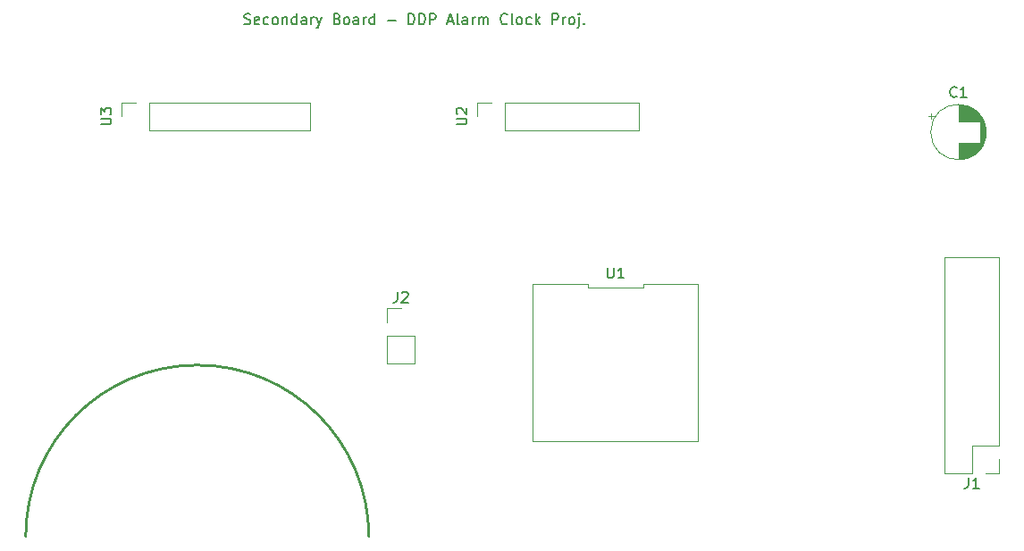
<source format=gbr>
G04 #@! TF.GenerationSoftware,KiCad,Pcbnew,(5.1.5)-3*
G04 #@! TF.CreationDate,2020-01-27T11:23:28-05:00*
G04 #@! TF.ProjectId,Secondary_Board,5365636f-6e64-4617-9279-5f426f617264,rev?*
G04 #@! TF.SameCoordinates,Original*
G04 #@! TF.FileFunction,Legend,Top*
G04 #@! TF.FilePolarity,Positive*
%FSLAX46Y46*%
G04 Gerber Fmt 4.6, Leading zero omitted, Abs format (unit mm)*
G04 Created by KiCad (PCBNEW (5.1.5)-3) date 2020-01-27 11:23:28*
%MOMM*%
%LPD*%
G04 APERTURE LIST*
%ADD10C,0.150000*%
%ADD11C,0.250000*%
%ADD12C,0.120000*%
G04 APERTURE END LIST*
D10*
X104276952Y-78382761D02*
X104419809Y-78430380D01*
X104657904Y-78430380D01*
X104753142Y-78382761D01*
X104800761Y-78335142D01*
X104848380Y-78239904D01*
X104848380Y-78144666D01*
X104800761Y-78049428D01*
X104753142Y-78001809D01*
X104657904Y-77954190D01*
X104467428Y-77906571D01*
X104372190Y-77858952D01*
X104324571Y-77811333D01*
X104276952Y-77716095D01*
X104276952Y-77620857D01*
X104324571Y-77525619D01*
X104372190Y-77478000D01*
X104467428Y-77430380D01*
X104705523Y-77430380D01*
X104848380Y-77478000D01*
X105657904Y-78382761D02*
X105562666Y-78430380D01*
X105372190Y-78430380D01*
X105276952Y-78382761D01*
X105229333Y-78287523D01*
X105229333Y-77906571D01*
X105276952Y-77811333D01*
X105372190Y-77763714D01*
X105562666Y-77763714D01*
X105657904Y-77811333D01*
X105705523Y-77906571D01*
X105705523Y-78001809D01*
X105229333Y-78097047D01*
X106562666Y-78382761D02*
X106467428Y-78430380D01*
X106276952Y-78430380D01*
X106181714Y-78382761D01*
X106134095Y-78335142D01*
X106086476Y-78239904D01*
X106086476Y-77954190D01*
X106134095Y-77858952D01*
X106181714Y-77811333D01*
X106276952Y-77763714D01*
X106467428Y-77763714D01*
X106562666Y-77811333D01*
X107134095Y-78430380D02*
X107038857Y-78382761D01*
X106991238Y-78335142D01*
X106943619Y-78239904D01*
X106943619Y-77954190D01*
X106991238Y-77858952D01*
X107038857Y-77811333D01*
X107134095Y-77763714D01*
X107276952Y-77763714D01*
X107372190Y-77811333D01*
X107419809Y-77858952D01*
X107467428Y-77954190D01*
X107467428Y-78239904D01*
X107419809Y-78335142D01*
X107372190Y-78382761D01*
X107276952Y-78430380D01*
X107134095Y-78430380D01*
X107895999Y-77763714D02*
X107895999Y-78430380D01*
X107895999Y-77858952D02*
X107943619Y-77811333D01*
X108038857Y-77763714D01*
X108181714Y-77763714D01*
X108276952Y-77811333D01*
X108324571Y-77906571D01*
X108324571Y-78430380D01*
X109229333Y-78430380D02*
X109229333Y-77430380D01*
X109229333Y-78382761D02*
X109134095Y-78430380D01*
X108943619Y-78430380D01*
X108848380Y-78382761D01*
X108800761Y-78335142D01*
X108753142Y-78239904D01*
X108753142Y-77954190D01*
X108800761Y-77858952D01*
X108848380Y-77811333D01*
X108943619Y-77763714D01*
X109134095Y-77763714D01*
X109229333Y-77811333D01*
X110134095Y-78430380D02*
X110134095Y-77906571D01*
X110086476Y-77811333D01*
X109991238Y-77763714D01*
X109800761Y-77763714D01*
X109705523Y-77811333D01*
X110134095Y-78382761D02*
X110038857Y-78430380D01*
X109800761Y-78430380D01*
X109705523Y-78382761D01*
X109657904Y-78287523D01*
X109657904Y-78192285D01*
X109705523Y-78097047D01*
X109800761Y-78049428D01*
X110038857Y-78049428D01*
X110134095Y-78001809D01*
X110610285Y-78430380D02*
X110610285Y-77763714D01*
X110610285Y-77954190D02*
X110657904Y-77858952D01*
X110705523Y-77811333D01*
X110800761Y-77763714D01*
X110895999Y-77763714D01*
X111134095Y-77763714D02*
X111372190Y-78430380D01*
X111610285Y-77763714D02*
X111372190Y-78430380D01*
X111276952Y-78668476D01*
X111229333Y-78716095D01*
X111134095Y-78763714D01*
X113086476Y-77906571D02*
X113229333Y-77954190D01*
X113276952Y-78001809D01*
X113324571Y-78097047D01*
X113324571Y-78239904D01*
X113276952Y-78335142D01*
X113229333Y-78382761D01*
X113134095Y-78430380D01*
X112753142Y-78430380D01*
X112753142Y-77430380D01*
X113086476Y-77430380D01*
X113181714Y-77478000D01*
X113229333Y-77525619D01*
X113276952Y-77620857D01*
X113276952Y-77716095D01*
X113229333Y-77811333D01*
X113181714Y-77858952D01*
X113086476Y-77906571D01*
X112753142Y-77906571D01*
X113895999Y-78430380D02*
X113800761Y-78382761D01*
X113753142Y-78335142D01*
X113705523Y-78239904D01*
X113705523Y-77954190D01*
X113753142Y-77858952D01*
X113800761Y-77811333D01*
X113895999Y-77763714D01*
X114038857Y-77763714D01*
X114134095Y-77811333D01*
X114181714Y-77858952D01*
X114229333Y-77954190D01*
X114229333Y-78239904D01*
X114181714Y-78335142D01*
X114134095Y-78382761D01*
X114038857Y-78430380D01*
X113895999Y-78430380D01*
X115086476Y-78430380D02*
X115086476Y-77906571D01*
X115038857Y-77811333D01*
X114943619Y-77763714D01*
X114753142Y-77763714D01*
X114657904Y-77811333D01*
X115086476Y-78382761D02*
X114991238Y-78430380D01*
X114753142Y-78430380D01*
X114657904Y-78382761D01*
X114610285Y-78287523D01*
X114610285Y-78192285D01*
X114657904Y-78097047D01*
X114753142Y-78049428D01*
X114991238Y-78049428D01*
X115086476Y-78001809D01*
X115562666Y-78430380D02*
X115562666Y-77763714D01*
X115562666Y-77954190D02*
X115610285Y-77858952D01*
X115657904Y-77811333D01*
X115753142Y-77763714D01*
X115848380Y-77763714D01*
X116610285Y-78430380D02*
X116610285Y-77430380D01*
X116610285Y-78382761D02*
X116515047Y-78430380D01*
X116324571Y-78430380D01*
X116229333Y-78382761D01*
X116181714Y-78335142D01*
X116134095Y-78239904D01*
X116134095Y-77954190D01*
X116181714Y-77858952D01*
X116229333Y-77811333D01*
X116324571Y-77763714D01*
X116515047Y-77763714D01*
X116610285Y-77811333D01*
X117848380Y-78049428D02*
X118610285Y-78049428D01*
X119848380Y-78430380D02*
X119848380Y-77430380D01*
X120086476Y-77430380D01*
X120229333Y-77478000D01*
X120324571Y-77573238D01*
X120372190Y-77668476D01*
X120419809Y-77858952D01*
X120419809Y-78001809D01*
X120372190Y-78192285D01*
X120324571Y-78287523D01*
X120229333Y-78382761D01*
X120086476Y-78430380D01*
X119848380Y-78430380D01*
X120848380Y-78430380D02*
X120848380Y-77430380D01*
X121086476Y-77430380D01*
X121229333Y-77478000D01*
X121324571Y-77573238D01*
X121372190Y-77668476D01*
X121419809Y-77858952D01*
X121419809Y-78001809D01*
X121372190Y-78192285D01*
X121324571Y-78287523D01*
X121229333Y-78382761D01*
X121086476Y-78430380D01*
X120848380Y-78430380D01*
X121848380Y-78430380D02*
X121848380Y-77430380D01*
X122229333Y-77430380D01*
X122324571Y-77478000D01*
X122372190Y-77525619D01*
X122419809Y-77620857D01*
X122419809Y-77763714D01*
X122372190Y-77858952D01*
X122324571Y-77906571D01*
X122229333Y-77954190D01*
X121848380Y-77954190D01*
X123562666Y-78144666D02*
X124038857Y-78144666D01*
X123467428Y-78430380D02*
X123800761Y-77430380D01*
X124134095Y-78430380D01*
X124610285Y-78430380D02*
X124515047Y-78382761D01*
X124467428Y-78287523D01*
X124467428Y-77430380D01*
X125419809Y-78430380D02*
X125419809Y-77906571D01*
X125372190Y-77811333D01*
X125276952Y-77763714D01*
X125086476Y-77763714D01*
X124991238Y-77811333D01*
X125419809Y-78382761D02*
X125324571Y-78430380D01*
X125086476Y-78430380D01*
X124991238Y-78382761D01*
X124943619Y-78287523D01*
X124943619Y-78192285D01*
X124991238Y-78097047D01*
X125086476Y-78049428D01*
X125324571Y-78049428D01*
X125419809Y-78001809D01*
X125895999Y-78430380D02*
X125895999Y-77763714D01*
X125895999Y-77954190D02*
X125943619Y-77858952D01*
X125991238Y-77811333D01*
X126086476Y-77763714D01*
X126181714Y-77763714D01*
X126515047Y-78430380D02*
X126515047Y-77763714D01*
X126515047Y-77858952D02*
X126562666Y-77811333D01*
X126657904Y-77763714D01*
X126800761Y-77763714D01*
X126895999Y-77811333D01*
X126943619Y-77906571D01*
X126943619Y-78430380D01*
X126943619Y-77906571D02*
X126991238Y-77811333D01*
X127086476Y-77763714D01*
X127229333Y-77763714D01*
X127324571Y-77811333D01*
X127372190Y-77906571D01*
X127372190Y-78430380D01*
X129181714Y-78335142D02*
X129134095Y-78382761D01*
X128991238Y-78430380D01*
X128895999Y-78430380D01*
X128753142Y-78382761D01*
X128657904Y-78287523D01*
X128610285Y-78192285D01*
X128562666Y-78001809D01*
X128562666Y-77858952D01*
X128610285Y-77668476D01*
X128657904Y-77573238D01*
X128753142Y-77478000D01*
X128895999Y-77430380D01*
X128991238Y-77430380D01*
X129134095Y-77478000D01*
X129181714Y-77525619D01*
X129753142Y-78430380D02*
X129657904Y-78382761D01*
X129610285Y-78287523D01*
X129610285Y-77430380D01*
X130276952Y-78430380D02*
X130181714Y-78382761D01*
X130134095Y-78335142D01*
X130086476Y-78239904D01*
X130086476Y-77954190D01*
X130134095Y-77858952D01*
X130181714Y-77811333D01*
X130276952Y-77763714D01*
X130419809Y-77763714D01*
X130515047Y-77811333D01*
X130562666Y-77858952D01*
X130610285Y-77954190D01*
X130610285Y-78239904D01*
X130562666Y-78335142D01*
X130515047Y-78382761D01*
X130419809Y-78430380D01*
X130276952Y-78430380D01*
X131467428Y-78382761D02*
X131372190Y-78430380D01*
X131181714Y-78430380D01*
X131086476Y-78382761D01*
X131038857Y-78335142D01*
X130991238Y-78239904D01*
X130991238Y-77954190D01*
X131038857Y-77858952D01*
X131086476Y-77811333D01*
X131181714Y-77763714D01*
X131372190Y-77763714D01*
X131467428Y-77811333D01*
X131895999Y-78430380D02*
X131895999Y-77430380D01*
X131991238Y-78049428D02*
X132276952Y-78430380D01*
X132276952Y-77763714D02*
X131895999Y-78144666D01*
X133467428Y-78430380D02*
X133467428Y-77430380D01*
X133848380Y-77430380D01*
X133943619Y-77478000D01*
X133991238Y-77525619D01*
X134038857Y-77620857D01*
X134038857Y-77763714D01*
X133991238Y-77858952D01*
X133943619Y-77906571D01*
X133848380Y-77954190D01*
X133467428Y-77954190D01*
X134467428Y-78430380D02*
X134467428Y-77763714D01*
X134467428Y-77954190D02*
X134515047Y-77858952D01*
X134562666Y-77811333D01*
X134657904Y-77763714D01*
X134753142Y-77763714D01*
X135229333Y-78430380D02*
X135134095Y-78382761D01*
X135086476Y-78335142D01*
X135038857Y-78239904D01*
X135038857Y-77954190D01*
X135086476Y-77858952D01*
X135134095Y-77811333D01*
X135229333Y-77763714D01*
X135372190Y-77763714D01*
X135467428Y-77811333D01*
X135515047Y-77858952D01*
X135562666Y-77954190D01*
X135562666Y-78239904D01*
X135515047Y-78335142D01*
X135467428Y-78382761D01*
X135372190Y-78430380D01*
X135229333Y-78430380D01*
X135991238Y-77763714D02*
X135991238Y-78620857D01*
X135943619Y-78716095D01*
X135848380Y-78763714D01*
X135800761Y-78763714D01*
X135991238Y-77430380D02*
X135943619Y-77478000D01*
X135991238Y-77525619D01*
X136038857Y-77478000D01*
X135991238Y-77430380D01*
X135991238Y-77525619D01*
X136467428Y-78335142D02*
X136515047Y-78382761D01*
X136467428Y-78430380D01*
X136419809Y-78382761D01*
X136467428Y-78335142D01*
X136467428Y-78430380D01*
D11*
X83566000Y-127000000D02*
G75*
G02X116078000Y-127000000I16256000J0D01*
G01*
D12*
X175828000Y-120964000D02*
X174498000Y-120964000D01*
X175828000Y-119634000D02*
X175828000Y-120964000D01*
X173228000Y-120964000D02*
X170628000Y-120964000D01*
X173228000Y-118364000D02*
X173228000Y-120964000D01*
X175828000Y-118364000D02*
X173228000Y-118364000D01*
X170628000Y-120964000D02*
X170628000Y-100524000D01*
X175828000Y-118364000D02*
X175828000Y-100524000D01*
X175828000Y-100524000D02*
X170628000Y-100524000D01*
X174562000Y-88646000D02*
G75*
G03X174562000Y-88646000I-2620000J0D01*
G01*
X171942000Y-89686000D02*
X171942000Y-91226000D01*
X171942000Y-86066000D02*
X171942000Y-87606000D01*
X171982000Y-89686000D02*
X171982000Y-91226000D01*
X171982000Y-86066000D02*
X171982000Y-87606000D01*
X172022000Y-86067000D02*
X172022000Y-87606000D01*
X172022000Y-89686000D02*
X172022000Y-91225000D01*
X172062000Y-86068000D02*
X172062000Y-87606000D01*
X172062000Y-89686000D02*
X172062000Y-91224000D01*
X172102000Y-86070000D02*
X172102000Y-87606000D01*
X172102000Y-89686000D02*
X172102000Y-91222000D01*
X172142000Y-86073000D02*
X172142000Y-87606000D01*
X172142000Y-89686000D02*
X172142000Y-91219000D01*
X172182000Y-86077000D02*
X172182000Y-87606000D01*
X172182000Y-89686000D02*
X172182000Y-91215000D01*
X172222000Y-86081000D02*
X172222000Y-87606000D01*
X172222000Y-89686000D02*
X172222000Y-91211000D01*
X172262000Y-86085000D02*
X172262000Y-87606000D01*
X172262000Y-89686000D02*
X172262000Y-91207000D01*
X172302000Y-86090000D02*
X172302000Y-87606000D01*
X172302000Y-89686000D02*
X172302000Y-91202000D01*
X172342000Y-86096000D02*
X172342000Y-87606000D01*
X172342000Y-89686000D02*
X172342000Y-91196000D01*
X172382000Y-86103000D02*
X172382000Y-87606000D01*
X172382000Y-89686000D02*
X172382000Y-91189000D01*
X172422000Y-86110000D02*
X172422000Y-87606000D01*
X172422000Y-89686000D02*
X172422000Y-91182000D01*
X172462000Y-86118000D02*
X172462000Y-87606000D01*
X172462000Y-89686000D02*
X172462000Y-91174000D01*
X172502000Y-86126000D02*
X172502000Y-87606000D01*
X172502000Y-89686000D02*
X172502000Y-91166000D01*
X172542000Y-86135000D02*
X172542000Y-87606000D01*
X172542000Y-89686000D02*
X172542000Y-91157000D01*
X172582000Y-86145000D02*
X172582000Y-87606000D01*
X172582000Y-89686000D02*
X172582000Y-91147000D01*
X172622000Y-86155000D02*
X172622000Y-87606000D01*
X172622000Y-89686000D02*
X172622000Y-91137000D01*
X172663000Y-86166000D02*
X172663000Y-87606000D01*
X172663000Y-89686000D02*
X172663000Y-91126000D01*
X172703000Y-86178000D02*
X172703000Y-87606000D01*
X172703000Y-89686000D02*
X172703000Y-91114000D01*
X172743000Y-86191000D02*
X172743000Y-87606000D01*
X172743000Y-89686000D02*
X172743000Y-91101000D01*
X172783000Y-86204000D02*
X172783000Y-87606000D01*
X172783000Y-89686000D02*
X172783000Y-91088000D01*
X172823000Y-86218000D02*
X172823000Y-87606000D01*
X172823000Y-89686000D02*
X172823000Y-91074000D01*
X172863000Y-86232000D02*
X172863000Y-87606000D01*
X172863000Y-89686000D02*
X172863000Y-91060000D01*
X172903000Y-86248000D02*
X172903000Y-87606000D01*
X172903000Y-89686000D02*
X172903000Y-91044000D01*
X172943000Y-86264000D02*
X172943000Y-87606000D01*
X172943000Y-89686000D02*
X172943000Y-91028000D01*
X172983000Y-86281000D02*
X172983000Y-87606000D01*
X172983000Y-89686000D02*
X172983000Y-91011000D01*
X173023000Y-86298000D02*
X173023000Y-87606000D01*
X173023000Y-89686000D02*
X173023000Y-90994000D01*
X173063000Y-86317000D02*
X173063000Y-87606000D01*
X173063000Y-89686000D02*
X173063000Y-90975000D01*
X173103000Y-86336000D02*
X173103000Y-87606000D01*
X173103000Y-89686000D02*
X173103000Y-90956000D01*
X173143000Y-86356000D02*
X173143000Y-87606000D01*
X173143000Y-89686000D02*
X173143000Y-90936000D01*
X173183000Y-86378000D02*
X173183000Y-87606000D01*
X173183000Y-89686000D02*
X173183000Y-90914000D01*
X173223000Y-86399000D02*
X173223000Y-87606000D01*
X173223000Y-89686000D02*
X173223000Y-90893000D01*
X173263000Y-86422000D02*
X173263000Y-87606000D01*
X173263000Y-89686000D02*
X173263000Y-90870000D01*
X173303000Y-86446000D02*
X173303000Y-87606000D01*
X173303000Y-89686000D02*
X173303000Y-90846000D01*
X173343000Y-86471000D02*
X173343000Y-87606000D01*
X173343000Y-89686000D02*
X173343000Y-90821000D01*
X173383000Y-86497000D02*
X173383000Y-87606000D01*
X173383000Y-89686000D02*
X173383000Y-90795000D01*
X173423000Y-86524000D02*
X173423000Y-87606000D01*
X173423000Y-89686000D02*
X173423000Y-90768000D01*
X173463000Y-86551000D02*
X173463000Y-87606000D01*
X173463000Y-89686000D02*
X173463000Y-90741000D01*
X173503000Y-86581000D02*
X173503000Y-87606000D01*
X173503000Y-89686000D02*
X173503000Y-90711000D01*
X173543000Y-86611000D02*
X173543000Y-87606000D01*
X173543000Y-89686000D02*
X173543000Y-90681000D01*
X173583000Y-86642000D02*
X173583000Y-87606000D01*
X173583000Y-89686000D02*
X173583000Y-90650000D01*
X173623000Y-86675000D02*
X173623000Y-87606000D01*
X173623000Y-89686000D02*
X173623000Y-90617000D01*
X173663000Y-86709000D02*
X173663000Y-87606000D01*
X173663000Y-89686000D02*
X173663000Y-90583000D01*
X173703000Y-86745000D02*
X173703000Y-87606000D01*
X173703000Y-89686000D02*
X173703000Y-90547000D01*
X173743000Y-86782000D02*
X173743000Y-87606000D01*
X173743000Y-89686000D02*
X173743000Y-90510000D01*
X173783000Y-86820000D02*
X173783000Y-87606000D01*
X173783000Y-89686000D02*
X173783000Y-90472000D01*
X173823000Y-86861000D02*
X173823000Y-87606000D01*
X173823000Y-89686000D02*
X173823000Y-90431000D01*
X173863000Y-86903000D02*
X173863000Y-87606000D01*
X173863000Y-89686000D02*
X173863000Y-90389000D01*
X173903000Y-86947000D02*
X173903000Y-87606000D01*
X173903000Y-89686000D02*
X173903000Y-90345000D01*
X173943000Y-86993000D02*
X173943000Y-87606000D01*
X173943000Y-89686000D02*
X173943000Y-90299000D01*
X173983000Y-87041000D02*
X173983000Y-90251000D01*
X174023000Y-87092000D02*
X174023000Y-90200000D01*
X174063000Y-87146000D02*
X174063000Y-90146000D01*
X174103000Y-87203000D02*
X174103000Y-90089000D01*
X174143000Y-87263000D02*
X174143000Y-90029000D01*
X174183000Y-87327000D02*
X174183000Y-89965000D01*
X174223000Y-87395000D02*
X174223000Y-89897000D01*
X174263000Y-87468000D02*
X174263000Y-89824000D01*
X174303000Y-87548000D02*
X174303000Y-89744000D01*
X174343000Y-87635000D02*
X174343000Y-89657000D01*
X174383000Y-87731000D02*
X174383000Y-89561000D01*
X174423000Y-87841000D02*
X174423000Y-89451000D01*
X174463000Y-87969000D02*
X174463000Y-89323000D01*
X174503000Y-88128000D02*
X174503000Y-89164000D01*
X174543000Y-88362000D02*
X174543000Y-88930000D01*
X169137225Y-87171000D02*
X169637225Y-87171000D01*
X169387225Y-86921000D02*
X169387225Y-87421000D01*
X117796000Y-110550000D02*
X120456000Y-110550000D01*
X117796000Y-107950000D02*
X117796000Y-110550000D01*
X120456000Y-107950000D02*
X120456000Y-110550000D01*
X117796000Y-107950000D02*
X120456000Y-107950000D01*
X117796000Y-106680000D02*
X117796000Y-105350000D01*
X117796000Y-105350000D02*
X119126000Y-105350000D01*
X131596000Y-103040000D02*
X131596000Y-117939999D01*
X131596000Y-117939999D02*
X147296000Y-117940000D01*
X147296000Y-117940000D02*
X147296000Y-103040001D01*
X147296000Y-103040001D02*
X142062666Y-103040000D01*
X142062666Y-103040000D02*
X142062666Y-103400000D01*
X142062666Y-103400000D02*
X136829334Y-103400000D01*
X136829334Y-103400000D02*
X136829334Y-103040000D01*
X136829334Y-103040000D02*
X131596000Y-103040000D01*
X128941001Y-88499001D02*
X128941001Y-85839001D01*
X128941001Y-88499001D02*
X141701001Y-88499001D01*
X141701001Y-88499001D02*
X141701001Y-85839001D01*
X128941001Y-85839001D02*
X141701001Y-85839001D01*
X126341001Y-85839001D02*
X127671001Y-85839001D01*
X126341001Y-87169001D02*
X126341001Y-85839001D01*
X95250000Y-88499001D02*
X95250000Y-85839001D01*
X95250000Y-88499001D02*
X110550000Y-88499001D01*
X110550000Y-88499001D02*
X110550000Y-85839001D01*
X95250000Y-85839001D02*
X110550000Y-85839001D01*
X92650000Y-85839001D02*
X93980000Y-85839001D01*
X92650000Y-87169001D02*
X92650000Y-85839001D01*
D10*
X172894666Y-121416380D02*
X172894666Y-122130666D01*
X172847047Y-122273523D01*
X172751809Y-122368761D01*
X172608952Y-122416380D01*
X172513714Y-122416380D01*
X173894666Y-122416380D02*
X173323238Y-122416380D01*
X173608952Y-122416380D02*
X173608952Y-121416380D01*
X173513714Y-121559238D01*
X173418476Y-121654476D01*
X173323238Y-121702095D01*
X171775333Y-85253142D02*
X171727714Y-85300761D01*
X171584857Y-85348380D01*
X171489619Y-85348380D01*
X171346761Y-85300761D01*
X171251523Y-85205523D01*
X171203904Y-85110285D01*
X171156285Y-84919809D01*
X171156285Y-84776952D01*
X171203904Y-84586476D01*
X171251523Y-84491238D01*
X171346761Y-84396000D01*
X171489619Y-84348380D01*
X171584857Y-84348380D01*
X171727714Y-84396000D01*
X171775333Y-84443619D01*
X172727714Y-85348380D02*
X172156285Y-85348380D01*
X172442000Y-85348380D02*
X172442000Y-84348380D01*
X172346761Y-84491238D01*
X172251523Y-84586476D01*
X172156285Y-84634095D01*
X118792666Y-103802380D02*
X118792666Y-104516666D01*
X118745047Y-104659523D01*
X118649809Y-104754761D01*
X118506952Y-104802380D01*
X118411714Y-104802380D01*
X119221238Y-103897619D02*
X119268857Y-103850000D01*
X119364095Y-103802380D01*
X119602190Y-103802380D01*
X119697428Y-103850000D01*
X119745047Y-103897619D01*
X119792666Y-103992857D01*
X119792666Y-104088095D01*
X119745047Y-104230952D01*
X119173619Y-104802380D01*
X119792666Y-104802380D01*
X138684095Y-101492380D02*
X138684095Y-102301904D01*
X138731714Y-102397142D01*
X138779333Y-102444761D01*
X138874571Y-102492380D01*
X139065047Y-102492380D01*
X139160285Y-102444761D01*
X139207904Y-102397142D01*
X139255523Y-102301904D01*
X139255523Y-101492380D01*
X140255523Y-102492380D02*
X139684095Y-102492380D01*
X139969809Y-102492380D02*
X139969809Y-101492380D01*
X139874571Y-101635238D01*
X139779333Y-101730476D01*
X139684095Y-101778095D01*
X124353381Y-87930905D02*
X125162905Y-87930905D01*
X125258143Y-87883286D01*
X125305762Y-87835667D01*
X125353381Y-87740429D01*
X125353381Y-87549953D01*
X125305762Y-87454715D01*
X125258143Y-87407096D01*
X125162905Y-87359477D01*
X124353381Y-87359477D01*
X124448620Y-86930905D02*
X124401001Y-86883286D01*
X124353381Y-86788048D01*
X124353381Y-86549953D01*
X124401001Y-86454715D01*
X124448620Y-86407096D01*
X124543858Y-86359477D01*
X124639096Y-86359477D01*
X124781953Y-86407096D01*
X125353381Y-86978524D01*
X125353381Y-86359477D01*
X90662380Y-87930905D02*
X91471904Y-87930905D01*
X91567142Y-87883286D01*
X91614761Y-87835667D01*
X91662380Y-87740429D01*
X91662380Y-87549953D01*
X91614761Y-87454715D01*
X91567142Y-87407096D01*
X91471904Y-87359477D01*
X90662380Y-87359477D01*
X90662380Y-86978524D02*
X90662380Y-86359477D01*
X91043333Y-86692810D01*
X91043333Y-86549953D01*
X91090952Y-86454715D01*
X91138571Y-86407096D01*
X91233809Y-86359477D01*
X91471904Y-86359477D01*
X91567142Y-86407096D01*
X91614761Y-86454715D01*
X91662380Y-86549953D01*
X91662380Y-86835667D01*
X91614761Y-86930905D01*
X91567142Y-86978524D01*
M02*

</source>
